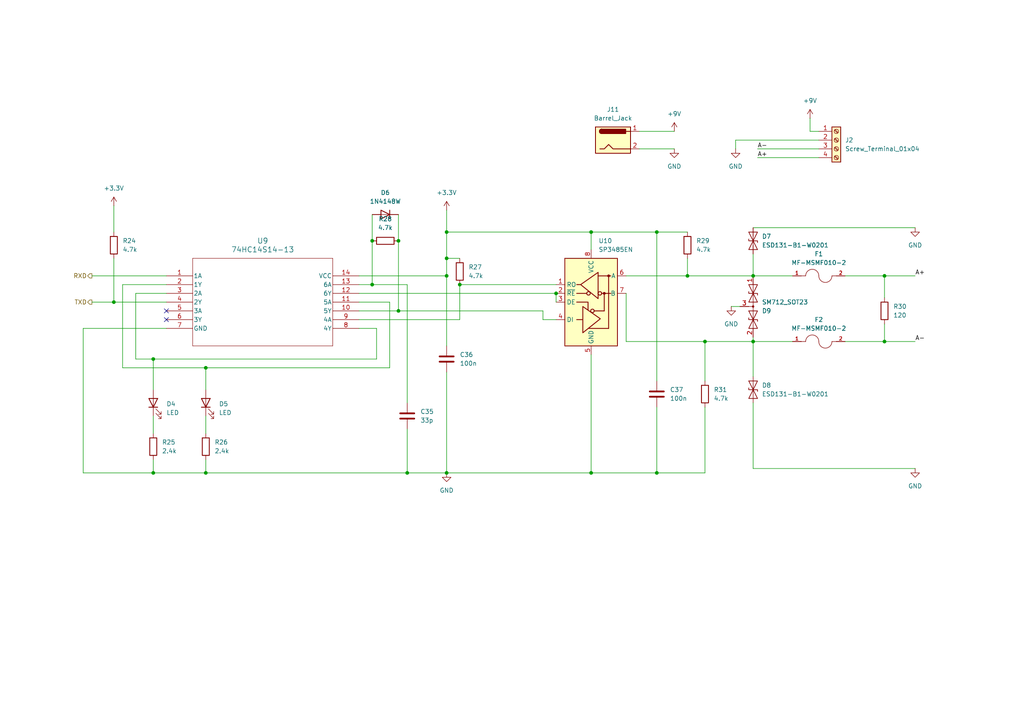
<source format=kicad_sch>
(kicad_sch (version 20250114) (generator "eeschema") (generator_version "9.0")
  (paper "A4")
  (lib_symbols
    (symbol "74HC14s14-13:74HC14S14-13" (pin_names (offset 0.254))
      (property "Reference" "U" (at 27.94 10.16 0))
      (property "Value" "74HC14S14-13" (at 27.94 7.62 0))
      (symbol "74HC14S14-13_0_1"
        (polyline (pts (xy 7.62 5.08) (xy 7.62 -20.32)) (stroke (width 0.127)))
        (polyline (pts (xy 7.62 -20.32) (xy 48.26 -20.32)) (stroke (width 0.127)))
        (polyline (pts (xy 48.26 5.08) (xy 7.62 5.08)) (stroke (width 0.127)))
        (polyline (pts (xy 48.26 -20.32) (xy 48.26 5.08)) (stroke (width 0.127)))
        (pin input line (at 0 0 0) (length 7.62) (name "1A") (number "1"))
        (pin output line (at 0 -2.54 0) (length 7.62) (name "1Y") (number "2"))
        (pin input line (at 0 -5.08 0) (length 7.62) (name "2A") (number "3"))
        (pin output line (at 0 -7.62 0) (length 7.62) (name "2Y") (number "4"))
        (pin input line (at 0 -10.16 0) (length 7.62) (name "3A") (number "5"))
        (pin output line (at 0 -12.7 0) (length 7.62) (name "3Y") (number "6"))
        (pin power_in line (at 0 -15.24 0) (length 7.62) (name "GND") (number "7"))
        (pin power_in line (at 55.88 0 180) (length 7.62) (name "VCC") (number "14"))
        (pin input line (at 55.88 -2.54 180) (length 7.62) (name "6A") (number "13"))
        (pin output line (at 55.88 -5.08 180) (length 7.62) (name "6Y") (number "12"))
        (pin input line (at 55.88 -7.62 180) (length 7.62) (name "5A") (number "11"))
        (pin output line (at 55.88 -10.16 180) (length 7.62) (name "5Y") (number "10"))
        (pin input line (at 55.88 -12.7 180) (length 7.62) (name "4A") (number "9"))
        (pin output line (at 55.88 -15.24 180) (length 7.62) (name "4Y") (number "8"))
      )
    )
    (symbol "Connector:Barrel_Jack" (pin_names (offset 1.016))
      (property "Reference" "J" (at 0 5.334 0))
      (property "Value" "Barrel_Jack" (at 0 -5.08 0))
      (symbol "Barrel_Jack_0_1"
        (rectangle (start -5.08 3.81) (end 5.08 -3.81) (stroke (width 0.254)) (fill (type background)))
        (polyline (pts (xy -3.81 -2.54) (xy -2.54 -2.54) (xy -1.27 -1.27) (xy 0 -2.54) (xy 2.54 -2.54) (xy 5.08 -2.54)) (stroke (width 0.254)))
        (arc (start -3.302 1.905) (mid -3.9343 2.54) (end -3.302 3.175) (stroke (width 0.254)))
        (arc (start -3.302 1.905) (mid -3.9343 2.54) (end -3.302 3.175) (stroke (width 0.254)) (fill (type outline)))
        (rectangle (start 3.683 3.175) (end -3.302 1.905) (stroke (width 0.254)) (fill (type outline)))
        (polyline (pts (xy 5.08 2.54) (xy 3.81 2.54)) (stroke (width 0.254)))
      )
      (symbol "Barrel_Jack_1_1"
        (pin passive line (at 7.62 2.54 180) (length 2.54) (name "~") (number "1"))
        (pin passive line (at 7.62 -2.54 180) (length 2.54) (name "~") (number "2"))
      )
    )
    (symbol "Connector:Screw_Terminal_01x04" (pin_names (offset 1.016) (hide yes))
      (property "Reference" "J" (at 0 5.08 0))
      (property "Value" "Screw_Terminal_01x04" (at 0 -7.62 0))
      (symbol "Screw_Terminal_01x04_1_1"
        (rectangle (start -1.27 3.81) (end 1.27 -6.35) (stroke (width 0.254)) (fill (type background)))
        (polyline (pts (xy -0.5334 2.8702) (xy 0.3302 2.032)) (stroke (width 0.1524)))
        (polyline (pts (xy -0.5334 0.3302) (xy 0.3302 -0.508)) (stroke (width 0.1524)))
        (polyline (pts (xy -0.5334 -2.2098) (xy 0.3302 -3.048)) (stroke (width 0.1524)))
        (polyline (pts (xy -0.5334 -4.7498) (xy 0.3302 -5.588)) (stroke (width 0.1524)))
        (polyline (pts (xy -0.3556 3.048) (xy 0.508 2.2098)) (stroke (width 0.1524)))
        (polyline (pts (xy -0.3556 0.508) (xy 0.508 -0.3302)) (stroke (width 0.1524)))
        (polyline (pts (xy -0.3556 -2.032) (xy 0.508 -2.8702)) (stroke (width 0.1524)))
        (polyline (pts (xy -0.3556 -4.572) (xy 0.508 -5.4102)) (stroke (width 0.1524)))
        (circle (center 0 2.54) (radius 0.635) (stroke (width 0.1524)))
        (circle (center 0 0) (radius 0.635) (stroke (width 0.1524)))
        (circle (center 0 -2.54) (radius 0.635) (stroke (width 0.1524)))
        (circle (center 0 -5.08) (radius 0.635) (stroke (width 0.1524)))
        (pin passive line (at -5.08 2.54 0) (length 3.81) (name "Pin_1") (number "1"))
        (pin passive line (at -5.08 0 0) (length 3.81) (name "Pin_2") (number "2"))
        (pin passive line (at -5.08 -2.54 0) (length 3.81) (name "Pin_3") (number "3"))
        (pin passive line (at -5.08 -5.08 0) (length 3.81) (name "Pin_4") (number "4"))
      )
    )
    (symbol "Device:C" (pin_numbers (hide yes)) (pin_names (offset 0.254))
      (property "Reference" "C" (at 0.635 2.54 0))
      (property "Value" "C" (at 0.635 -2.54 0))
      (symbol "C_0_1"
        (polyline (pts (xy -2.032 0.762) (xy 2.032 0.762)) (stroke (width 0.508)))
        (polyline (pts (xy -2.032 -0.762) (xy 2.032 -0.762)) (stroke (width 0.508)))
      )
      (symbol "C_1_1"
        (pin passive line (at 0 3.81 270) (length 2.794) (name "~") (number "1"))
        (pin passive line (at 0 -3.81 90) (length 2.794) (name "~") (number "2"))
      )
    )
    (symbol "Device:LED" (pin_numbers (hide yes)) (pin_names (offset 1.016) (hide yes))
      (property "Reference" "D" (at 0 2.54 0))
      (property "Value" "LED" (at 0 -2.54 0))
      (symbol "LED_0_1"
        (polyline (pts (xy -3.048 -0.762) (xy -4.572 -2.286) (xy -3.81 -2.286) (xy -4.572 -2.286) (xy -4.572 -1.524)))
        (polyline (pts (xy -1.778 -0.762) (xy -3.302 -2.286) (xy -2.54 -2.286) (xy -3.302 -2.286) (xy -3.302 -1.524)))
        (polyline (pts (xy -1.27 0) (xy 1.27 0)))
        (polyline (pts (xy -1.27 -1.27) (xy -1.27 1.27)) (stroke (width 0.254)))
        (polyline (pts (xy 1.27 -1.27) (xy 1.27 1.27) (xy -1.27 0) (xy 1.27 -1.27)) (stroke (width 0.254)))
      )
      (symbol "LED_1_1"
        (pin passive line (at -3.81 0 0) (length 2.54) (name "K") (number "1"))
        (pin passive line (at 3.81 0 180) (length 2.54) (name "A") (number "2"))
      )
    )
    (symbol "Device:R" (pin_numbers (hide yes)) (pin_names (offset 0))
      (property "Reference" "R" (at 2.032 0 90))
      (property "Value" "R" (at 0 0 90))
      (symbol "R_0_1"
        (rectangle (start -1.016 -2.54) (end 1.016 2.54) (stroke (width 0.254)))
      )
      (symbol "R_1_1"
        (pin passive line (at 0 3.81 270) (length 1.27) (name "~") (number "1"))
        (pin passive line (at 0 -3.81 90) (length 1.27) (name "~") (number "2"))
      )
    )
    (symbol "Diode:1N4148W" (pin_numbers (hide yes)) (pin_names (hide yes))
      (property "Reference" "D" (at 0 2.54 0))
      (property "Value" "1N4148W" (at 0 -2.54 0))
      (symbol "1N4148W_0_1"
        (polyline (pts (xy -1.27 1.27) (xy -1.27 -1.27)) (stroke (width 0.254)))
        (polyline (pts (xy 1.27 1.27) (xy 1.27 -1.27) (xy -1.27 0) (xy 1.27 1.27)) (stroke (width 0.254)))
        (polyline (pts (xy 1.27 0) (xy -1.27 0)))
      )
      (symbol "1N4148W_1_1"
        (pin passive line (at -3.81 0 0) (length 2.54) (name "K") (number "1"))
        (pin passive line (at 3.81 0 180) (length 2.54) (name "A") (number "2"))
      )
    )
    (symbol "Diode:ESD131-B1-W0201" (pin_numbers (hide yes)) (pin_names (offset 1.016) (hide yes))
      (property "Reference" "D" (at 0 2.54 0))
      (property "Value" "ESD131-B1-W0201" (at 0 -2.54 0))
      (symbol "ESD131-B1-W0201_0_1"
        (polyline (pts (xy -2.54 -1.27) (xy 0 0) (xy -2.54 1.27) (xy -2.54 -1.27)) (stroke (width 0.2032)))
        (polyline (pts (xy 0.508 1.27) (xy 0 1.27) (xy 0 -1.27) (xy -0.508 -1.27)) (stroke (width 0.2032)))
        (polyline (pts (xy 1.27 0) (xy -1.27 0)))
        (polyline (pts (xy 2.54 1.27) (xy 2.54 -1.27) (xy 0 0) (xy 2.54 1.27)) (stroke (width 0.2032)))
      )
      (symbol "ESD131-B1-W0201_1_1"
        (pin passive line (at -3.81 0 0) (length 2.54) (name "A1") (number "1"))
        (pin passive line (at 3.81 0 180) (length 2.54) (name "A2") (number "2"))
      )
    )
    (symbol "Diode:SM712_SOT23" (pin_names (offset 1.016) (hide yes))
      (property "Reference" "D" (at 0 4.445 0))
      (property "Value" "SM712_SOT23" (at 0 2.54 0))
      (symbol "SM712_SOT23_0_0"
        (polyline (pts (xy 0 -1.27) (xy 0 0)))
      )
      (symbol "SM712_SOT23_0_1"
        (polyline (pts (xy -6.35 0) (xy 6.35 0)))
        (polyline (pts (xy -6.35 -1.27) (xy -1.27 1.27) (xy -1.27 -1.27) (xy -6.35 1.27) (xy -6.35 -1.27)) (stroke (width 0.2032)))
        (polyline (pts (xy -3.302 1.27) (xy -3.81 1.27) (xy -3.81 -1.27) (xy -4.318 -1.27)) (stroke (width 0.2032)))
        (circle (center 0 0) (radius 0.254) (fill (type outline)))
        (polyline (pts (xy 1.27 -1.27) (xy 1.27 1.27) (xy 6.35 -1.27) (xy 6.35 1.27) (xy 1.27 -1.27)) (stroke (width 0.2032)))
        (polyline (pts (xy 4.318 1.27) (xy 3.81 1.27) (xy 3.81 -1.27) (xy 3.302 -1.27)) (stroke (width 0.2032)))
      )
      (symbol "SM712_SOT23_1_1"
        (pin passive line (at -8.89 0 0) (length 2.54) (name "A1") (number "1"))
        (pin input line (at 0 -3.81 90) (length 2.54) (name "common") (number "3"))
        (pin passive line (at 8.89 0 180) (length 2.54) (name "A2") (number "2"))
      )
    )
    (symbol "Interface_UART:SP3485EN"
      (property "Reference" "U" (at -7.62 13.97 0))
      (property "Value" "SP3485EN" (at 1.905 13.97 0))
      (symbol "SP3485EN_0_1"
        (rectangle (start -7.62 12.7) (end 7.62 -12.7) (stroke (width 0.254)) (fill (type background)))
        (polyline (pts (xy -4.191 2.54) (xy -1.27 2.54)) (stroke (width 0.254)))
        (polyline (pts (xy -4.191 0) (xy -0.889 0) (xy -0.889 -2.286)) (stroke (width 0.254)))
        (polyline (pts (xy -3.175 5.08) (xy -4.191 5.08) (xy -4.064 5.08)) (stroke (width 0.254)))
        (polyline (pts (xy -2.54 -5.08) (xy -4.191 -5.08)) (stroke (width 0.254)))
        (polyline (pts (xy -2.413 -5.08) (xy -2.413 -1.27) (xy 2.667 -4.826) (xy -2.413 -8.89) (xy -2.413 -5.08)) (stroke (width 0.254)))
        (polyline (pts (xy -0.635 -7.62) (xy 5.08 -7.62)) (stroke (width 0.254)))
        (circle (center 0.381 -2.54) (radius 0.508) (stroke (width 0.254)))
        (polyline (pts (xy 0.889 -2.54) (xy 3.81 -2.54)) (stroke (width 0.254)))
        (polyline (pts (xy 2.032 7.62) (xy 5.715 7.62)) (stroke (width 0.254)))
        (polyline (pts (xy 3.048 2.54) (xy 5.715 2.54)) (stroke (width 0.254)))
        (circle (center 3.81 2.54) (radius 0.2794) (stroke (width 0.254)) (fill (type outline)))
        (polyline (pts (xy 3.81 -2.54) (xy 3.81 2.54)) (stroke (width 0.254)))
        (polyline (pts (xy 5.08 -7.62) (xy 5.08 7.62)) (stroke (width 0.254)))
      )
      (symbol "SP3485EN_1_1"
        (circle (center -0.762 2.54) (radius 0.508) (stroke (width 0.254)))
        (polyline (pts (xy 2.032 4.826) (xy 2.032 8.636) (xy -3.048 5.08) (xy 2.032 1.016) (xy 2.032 4.826)) (stroke (width 0.254)))
        (circle (center 2.54 2.54) (radius 0.508) (stroke (width 0.254)))
        (circle (center 5.08 7.62) (radius 0.2794) (stroke (width 0.254)) (fill (type outline)))
        (pin output line (at -10.16 5.08 0) (length 2.54) (name "RO") (number "1"))
        (pin input line (at -10.16 2.54 0) (length 2.54) (name "~{RE}") (number "2"))
        (pin input line (at -10.16 0 0) (length 2.54) (name "DE") (number "3"))
        (pin input line (at -10.16 -5.08 0) (length 2.54) (name "DI") (number "4"))
        (pin power_in line (at 0 15.24 270) (length 2.54) (name "VCC") (number "8"))
        (pin power_in line (at 0 -15.24 90) (length 2.54) (name "GND") (number "5"))
        (pin bidirectional line (at 10.16 7.62 180) (length 2.54) (name "A") (number "6"))
        (pin bidirectional line (at 10.16 2.54 180) (length 2.54) (name "B") (number "7"))
      )
    )
    (symbol "MF-MSMF010-2:MF-MSMF010-2" (pin_names (offset 1.016))
      (property "Reference" "F" (at -2.54 5.08 0))
      (property "Value" "MF-MSMF010-2" (at -2.54 -5.08 0))
      (symbol "MF-MSMF010-2_0_0"
        (polyline (pts (xy -5.08 0) (xy -3.81 0)) (stroke (width 0.1524)))
        (arc (start -3.81 0) (mid -1.905 1.8967) (end 0 0) (stroke (width 0.1524)))
        (arc (start 3.81 0) (mid 1.905 -1.8967) (end 0 0) (stroke (width 0.1524)))
        (polyline (pts (xy 5.08 0) (xy 3.81 0)) (stroke (width 0.1524)))
        (pin passive line (at -7.62 0 0) (length 2.54) (name "~") (number "1"))
        (pin passive line (at 7.62 0 180) (length 2.54) (name "~") (number "2"))
      )
    )
    (symbol "power:+5V" (power) (pin_numbers (hide yes)) (pin_names (offset 0) (hide yes))
      (property "Value" "+5V" (at 0 3.556 0))
      (symbol "+5V_0_1"
        (polyline (pts (xy -0.762 1.27) (xy 0 2.54)))
        (polyline (pts (xy 0 2.54) (xy 0.762 1.27)))
        (polyline (pts (xy 0 0) (xy 0 2.54)))
      )
      (symbol "+5V_1_1"
        (pin power_in line (at 0 0 90) (length 0) (name "~") (number "1"))
      )
    )
    (symbol "power:GND" (power) (pin_numbers (hide yes)) (pin_names (offset 0) (hide yes))
      (property "Value" "GND" (at 0 -3.81 0))
      (symbol "GND_0_1"
        (polyline (pts (xy 0 0) (xy 0 -1.27) (xy 1.27 -1.27) (xy 0 -2.54) (xy -1.27 -1.27) (xy 0 -1.27)))
      )
      (symbol "GND_1_1"
        (pin power_in line (at 0 0 270) (length 0) (name "~") (number "1"))
      )
    )
  )
  (junction (at 107.95 69.85))
  (junction (at 129.54 137.16))
  (junction (at 44.45 137.16))
  (junction (at 33.02 87.63))
  (junction (at 115.57 90.17))
  (junction (at 256.54 80.01))
  (junction (at 44.45 104.14))
  (junction (at 190.5 137.16))
  (junction (at 161.29 85.09))
  (junction (at 199.39 80.01))
  (junction (at 118.11 137.16))
  (junction (at 171.45 67.31))
  (junction (at 59.69 137.16))
  (junction (at 256.54 99.06))
  (junction (at 218.44 99.06))
  (junction (at 107.95 82.55))
  (junction (at 171.45 137.16))
  (junction (at 59.69 106.68))
  (junction (at 218.44 80.01))
  (junction (at 133.35 82.55))
  (junction (at 129.54 80.01))
  (junction (at 115.57 69.85))
  (junction (at 129.54 74.93))
  (junction (at 204.47 99.06))
  (junction (at 190.5 67.31))
  (junction (at 129.54 67.31))
  (no_connect (at 48.26 92.71))
  (no_connect (at 48.26 90.17))
  (wire (pts (xy 218.44 116.84) (xy 218.44 135.89)))
  (wire (pts (xy 133.35 92.71) (xy 133.35 82.55)))
  (wire (pts (xy 109.22 104.14) (xy 109.22 95.25)))
  (wire (pts (xy 118.11 124.46) (xy 118.11 137.16)))
  (wire (pts (xy 171.45 102.87) (xy 171.45 137.16)))
  (wire (pts (xy 115.57 90.17) (xy 157.48 90.17)))
  (wire (pts (xy 44.45 104.14) (xy 44.45 113.03)))
  (wire (pts (xy 219.71 45.72) (xy 237.49 45.72)))
  (wire (pts (xy 234.95 34.29) (xy 234.95 38.1)))
  (wire (pts (xy 104.14 90.17) (xy 115.57 90.17)))
  (wire (pts (xy 129.54 137.16) (xy 118.11 137.16)))
  (wire (pts (xy 171.45 67.31) (xy 190.5 67.31)))
  (wire (pts (xy 26.67 87.63) (xy 33.02 87.63)))
  (wire (pts (xy 245.11 80.01) (xy 256.54 80.01)))
  (wire (pts (xy 157.48 90.17) (xy 157.48 92.71)))
  (wire (pts (xy 59.69 106.68) (xy 113.03 106.68)))
  (wire (pts (xy 218.44 97.79) (xy 218.44 99.06)))
  (wire (pts (xy 218.44 135.89) (xy 265.43 135.89)))
  (wire (pts (xy 104.14 82.55) (xy 107.95 82.55)))
  (wire (pts (xy 104.14 85.09) (xy 161.29 85.09)))
  (wire (pts (xy 190.5 118.11) (xy 190.5 137.16)))
  (wire (pts (xy 171.45 137.16) (xy 129.54 137.16)))
  (wire (pts (xy 171.45 67.31) (xy 171.45 72.39)))
  (wire (pts (xy 24.13 137.16) (xy 44.45 137.16)))
  (wire (pts (xy 104.14 92.71) (xy 133.35 92.71)))
  (wire (pts (xy 129.54 67.31) (xy 129.54 74.93)))
  (wire (pts (xy 118.11 137.16) (xy 59.69 137.16)))
  (wire (pts (xy 157.48 92.71) (xy 161.29 92.71)))
  (wire (pts (xy 190.5 67.31) (xy 190.5 110.49)))
  (wire (pts (xy 204.47 137.16) (xy 190.5 137.16)))
  (wire (pts (xy 115.57 69.85) (xy 115.57 90.17)))
  (wire (pts (xy 204.47 118.11) (xy 204.47 137.16)))
  (wire (pts (xy 35.56 106.68) (xy 59.69 106.68)))
  (wire (pts (xy 113.03 87.63) (xy 104.14 87.63)))
  (wire (pts (xy 218.44 66.04) (xy 265.43 66.04)))
  (wire (pts (xy 48.26 95.25) (xy 24.13 95.25)))
  (wire (pts (xy 256.54 80.01) (xy 265.43 80.01)))
  (wire (pts (xy 129.54 74.93) (xy 133.35 74.93)))
  (wire (pts (xy 44.45 120.65) (xy 44.45 125.73)))
  (wire (pts (xy 33.02 87.63) (xy 48.26 87.63)))
  (wire (pts (xy 44.45 104.14) (xy 109.22 104.14)))
  (wire (pts (xy 107.95 82.55) (xy 118.11 82.55)))
  (wire (pts (xy 190.5 137.16) (xy 171.45 137.16)))
  (wire (pts (xy 48.26 82.55) (xy 35.56 82.55)))
  (wire (pts (xy 33.02 59.69) (xy 33.02 67.31)))
  (wire (pts (xy 118.11 82.55) (xy 118.11 116.84)))
  (wire (pts (xy 26.67 80.01) (xy 48.26 80.01)))
  (wire (pts (xy 107.95 69.85) (xy 107.95 82.55)))
  (wire (pts (xy 104.14 80.01) (xy 129.54 80.01)))
  (wire (pts (xy 115.57 62.23) (xy 115.57 69.85)))
  (wire (pts (xy 190.5 67.31) (xy 199.39 67.31)))
  (wire (pts (xy 24.13 95.25) (xy 24.13 137.16)))
  (wire (pts (xy 129.54 74.93) (xy 129.54 80.01)))
  (wire (pts (xy 33.02 74.93) (xy 33.02 87.63)))
  (wire (pts (xy 185.42 43.18) (xy 195.58 43.18)))
  (wire (pts (xy 199.39 80.01) (xy 218.44 80.01)))
  (wire (pts (xy 109.22 95.25) (xy 104.14 95.25)))
  (wire (pts (xy 256.54 99.06) (xy 265.43 99.06)))
  (wire (pts (xy 218.44 73.66) (xy 218.44 80.01)))
  (wire (pts (xy 44.45 133.35) (xy 44.45 137.16)))
  (wire (pts (xy 218.44 99.06) (xy 218.44 109.22)))
  (wire (pts (xy 129.54 67.31) (xy 171.45 67.31)))
  (wire (pts (xy 181.61 99.06) (xy 204.47 99.06)))
  (wire (pts (xy 44.45 137.16) (xy 59.69 137.16)))
  (wire (pts (xy 129.54 80.01) (xy 129.54 100.33)))
  (wire (pts (xy 161.29 85.09) (xy 161.29 87.63)))
  (wire (pts (xy 59.69 120.65) (xy 59.69 125.73)))
  (wire (pts (xy 107.95 62.23) (xy 107.95 69.85)))
  (wire (pts (xy 185.42 38.1) (xy 195.58 38.1)))
  (wire (pts (xy 35.56 82.55) (xy 35.56 106.68)))
  (wire (pts (xy 59.69 133.35) (xy 59.69 137.16)))
  (wire (pts (xy 199.39 74.93) (xy 199.39 80.01)))
  (wire (pts (xy 129.54 107.95) (xy 129.54 137.16)))
  (wire (pts (xy 129.54 60.96) (xy 129.54 67.31)))
  (wire (pts (xy 133.35 82.55) (xy 161.29 82.55)))
  (wire (pts (xy 59.69 106.68) (xy 59.69 113.03)))
  (wire (pts (xy 213.36 40.64) (xy 213.36 43.18)))
  (wire (pts (xy 218.44 80.01) (xy 229.87 80.01)))
  (wire (pts (xy 237.49 40.64) (xy 213.36 40.64)))
  (wire (pts (xy 48.26 85.09) (xy 39.37 85.09)))
  (wire (pts (xy 199.39 80.01) (xy 181.61 80.01)))
  (wire (pts (xy 237.49 38.1) (xy 234.95 38.1)))
  (wire (pts (xy 39.37 85.09) (xy 39.37 104.14)))
  (wire (pts (xy 219.71 43.18) (xy 237.49 43.18)))
  (wire (pts (xy 214.63 88.9) (xy 212.09 88.9)))
  (wire (pts (xy 256.54 80.01) (xy 256.54 86.36)))
  (wire (pts (xy 218.44 99.06) (xy 229.87 99.06)))
  (wire (pts (xy 204.47 99.06) (xy 218.44 99.06)))
  (wire (pts (xy 245.11 99.06) (xy 256.54 99.06)))
  (wire (pts (xy 256.54 93.98) (xy 256.54 99.06)))
  (wire (pts (xy 39.37 104.14) (xy 44.45 104.14)))
  (wire (pts (xy 113.03 106.68) (xy 113.03 87.63)))
  (wire (pts (xy 204.47 99.06) (xy 204.47 110.49)))
  (wire (pts (xy 181.61 85.09) (xy 181.61 99.06)))
  (label "A-" (at 265.43 99.06 0))
  (label "A+" (at 219.71 45.72 0))
  (label "A+" (at 265.43 80.01 0))
  (label "A-" (at 219.71 43.18 0))
  (hierarchical_label "TXD" (shape output) (at 26.67 87.63 180))
  (hierarchical_label "RXD" (shape output) (at 26.67 80.01 180))
  (symbol (lib_id "power:+5V") (at 33.02 59.69 0) (unit 1)
    (property "Reference" "#PWR076" (effects (hide yes)))
    (property "Value" "+3.3V" (at 33.02 54.61 0))
    (property "Description" "Power symbol creates a global label with name \"+5V\"" (effects (hide yes)))
  )
  (symbol (lib_id "Connector:Barrel_Jack") (at 177.8 40.64 0) (unit 1)
    (property "Reference" "J11" (at 177.8 31.75 0))
    (property "Value" "Barrel_Jack" (at 177.8 34.29 0))
    (property "Footprint" "Connector_BarrelJack:BarrelJack_CUI_PJ-063AH_Horizontal" (effects (hide yes)))
    (property "Description" "DC Barrel Jack" (effects (hide yes)))
  )
  (symbol (lib_id "Diode:ESD131-B1-W0201") (at 218.44 113.03 90) (unit 1)
    (property "Reference" "D8" (at 220.98 111.7599 90) (effects (justify right)))
    (property "Value" "ESD131-B1-W0201" (at 220.98 114.2999 90) (effects (justify right)))
    (property "Footprint" "Diode_SMD:Infineon_SG-WLL-2-3_0.58x0.28_P0.36mm" (effects (hide yes)))
    (property "Datasheet" "https://www.infineon.com/dgdl/Infineon-ESD131-B1-W0201-DataSheet-v02_00-EN.pdf?fileId=5546d4625cc9456a015ce94850964889" (effects (hide yes)))
    (property "Description" "Bidirectional ESD protection diode, ±5.5Vrwm, 0.23pF, SG-WLL-2-3" (effects (hide yes)))
  )
  (symbol (lib_id "Device:R") (at 44.45 129.54 0) (unit 1)
    (property "Reference" "R25" (at 46.99 128.2699 0) (effects (justify left)))
    (property "Value" "2.4k" (at 46.99 130.8099 0) (effects (justify left)))
    (property "Footprint" "Resistor_SMD:R_0603_1608Metric" (effects (hide yes)))
    (property "Description" "Resistor" (effects (hide yes)))
  )
  (symbol (lib_id "Device:LED") (at 59.69 116.84 90) (unit 1)
    (property "Reference" "D5" (at 63.5 117.1574 90) (effects (justify right)))
    (property "Value" "LED" (at 63.5 119.6974 90) (effects (justify right)))
    (property "Footprint" "Diode_SMD:D_SOD-123" (effects (hide yes)))
    (property "Description" "Light emitting diode" (effects (hide yes)))
    (property "Sim.Pins" "1=K 2=A" (effects (hide yes)))
  )
  (symbol (lib_id "power:GND") (at 265.43 135.89 0) (unit 1)
    (property "Reference" "#PWR045" (effects (hide yes)))
    (property "Value" "GND" (at 265.43 140.97 0))
    (property "Description" "Power symbol creates a global label with name \"GND\" , ground" (effects (hide yes)))
  )
  (symbol (lib_id "Device:C") (at 129.54 104.14 0) (unit 1)
    (property "Reference" "C36" (at 133.35 102.8699 0) (effects (justify left)))
    (property "Value" "100n" (at 133.35 105.4099 0) (effects (justify left)))
    (property "Footprint" "Capacitor_SMD:C_0402_1005Metric" (effects (hide yes)))
    (property "Description" "Unpolarized capacitor" (effects (hide yes)))
  )
  (symbol (lib_id "power:GND") (at 265.43 66.04 0) (unit 1)
    (property "Reference" "#PWR03" (effects (hide yes)))
    (property "Value" "GND" (at 265.43 71.12 0))
    (property "Description" "Power symbol creates a global label with name \"GND\" , ground" (effects (hide yes)))
  )
  (symbol (lib_id "Device:R") (at 256.54 90.17 0) (unit 1)
    (property "Reference" "R30" (at 259.08 88.8999 0) (effects (justify left)))
    (property "Value" "120" (at 259.08 91.4399 0) (effects (justify left)))
    (property "Footprint" "Resistor_SMD:R_0805_2012Metric" (effects (hide yes)))
    (property "Description" "Resistor" (effects (hide yes)))
  )
  (symbol (lib_id "Device:R") (at 204.47 114.3 0) (unit 1)
    (property "Reference" "R31" (at 207.01 113.0299 0) (effects (justify left)))
    (property "Value" "4.7k" (at 207.01 115.5699 0) (effects (justify left)))
    (property "Footprint" "Resistor_SMD:R_0603_1608Metric" (effects (hide yes)))
    (property "Description" "Resistor" (effects (hide yes)))
  )
  (symbol (lib_id "Device:LED") (at 44.45 116.84 90) (unit 1)
    (property "Reference" "D4" (at 48.26 117.1574 90) (effects (justify right)))
    (property "Value" "LED" (at 48.26 119.6974 90) (effects (justify right)))
    (property "Footprint" "Diode_SMD:D_SOD-123" (effects (hide yes)))
    (property "Description" "Light emitting diode" (effects (hide yes)))
    (property "Sim.Pins" "1=K 2=A" (effects (hide yes)))
  )
  (symbol (lib_id "Device:R") (at 199.39 71.12 0) (unit 1)
    (property "Reference" "R29" (at 201.93 69.8499 0) (effects (justify left)))
    (property "Value" "4.7k" (at 201.93 72.3899 0) (effects (justify left)))
    (property "Footprint" "Resistor_SMD:R_0603_1608Metric" (effects (hide yes)))
    (property "Description" "Resistor" (effects (hide yes)))
  )
  (symbol (lib_id "Interface_UART:SP3485EN") (at 171.45 87.63 0) (unit 1)
    (property "Reference" "U10" (at 173.5933 69.85 0) (effects (justify left)))
    (property "Value" "SP3485EN" (at 173.5933 72.39 0) (effects (justify left)))
    (property "Footprint" "Package_SO:SOIC-8_3.9x4.9mm_P1.27mm" (effects (hide yes)))
    (property "Datasheet" "http://www.icbase.com/pdf/SPX/SPX00480106.pdf" (effects (hide yes)))
    (property "Description" "Industrial 3.3V Low Power Half-Duplex RS-485 Transceiver 10Mbps, SOIC-8" (effects (hide yes)))
  )
  (symbol (lib_id "Connector:Screw_Terminal_01x04") (at 242.57 40.64 0) (unit 1)
    (property "Reference" "J2" (at 245.11 40.6399 0) (effects (justify left)))
    (property "Value" "Screw_Terminal_01x04" (at 245.11 43.1799 0) (effects (justify left)))
    (property "Footprint" "TerminalBlock:TerminalBlock_Xinya_XY308-2.54-4P_1x04_P2.54mm_Horizontal" (effects (hide yes)))
    (property "Description" "Generic screw terminal, single row, 01x04, script generated (kicad-library-utils/schlib/autogen/connector/)" (effects (hide yes)))
  )
  (symbol (lib_id "Device:R") (at 133.35 78.74 0) (unit 1)
    (property "Reference" "R27" (at 135.89 77.4699 0) (effects (justify left)))
    (property "Value" "4.7k" (at 135.89 80.0099 0) (effects (justify left)))
    (property "Footprint" "Resistor_SMD:R_0603_1608Metric" (effects (hide yes)))
    (property "Description" "Resistor" (effects (hide yes)))
  )
  (symbol (lib_id "Diode:SM712_SOT23") (at 218.44 88.9 270) (unit 1)
    (property "Reference" "D9" (at 220.98 90.1701 90) (effects (justify left)))
    (property "Value" "SM712_SOT23" (at 220.98 87.6301 90) (effects (justify left)))
    (property "Footprint" "Package_TO_SOT_SMD:SOT-23" (effects (hide yes)))
    (property "Datasheet" "https://www.littelfuse.com/~/media/electronics/datasheets/tvs_diode_arrays/littelfuse_tvs_diode_array_sm712_datasheet.pdf.pdf" (effects (hide yes)))
    (property "Description" "7V/12V, 600W Asymmetrical TVS Diode Array, SOT-23" (effects (hide yes)))
  )
  (symbol (lib_id "MF-MSMF010-2:MF-MSMF010-2") (at 237.49 99.06 0) (unit 1)
    (property "Reference" "F2" (at 237.49 92.71 0))
    (property "Value" "MF-MSMF010-2" (at 237.49 95.25 0))
    (property "Footprint" "CarteDiem_parts:FUSER_MF-MSMF010-2" (effects (hide yes)))
    (property "MF" "Bourns" (effects (hide yes)))
    (property "MOUSER-PURCHASE-URL" "https://snapeda.com/shop?store=Mouser&id=143366" (effects (hide yes)))
    (property "DESCRIPTION" "Polymeric PTC Resettable Fuse 8V 2A Ih Surface Mount 1812 (4532 Metric), Concave" (effects (hide yes)))
    (property "PACKAGE" "1812 Bourns" (effects (hide yes)))
    (property "PRICE" "None" (effects (hide yes)))
    (property "Package" "1812 Bourns" (effects (hide yes)))
    (property "Check_prices" "https://www.snapeda.com/parts/MF-MSMF010-2/Bourns/view-part/?ref=eda" (effects (hide yes)))
    (property "Price" "None" (effects (hide yes)))
    (property "SnapEDA_Link" "https://www.snapeda.com/parts/MF-MSMF010-2/Bourns/view-part/?ref=snap" (effects (hide yes)))
    (property "MP" "MF-MSMF010-2" (effects (hide yes)))
    (property "DIGIKEY-PURCHASE-URL" "https://snapeda.com/shop?store=DigiKey&id=143366" (effects (hide yes)))
    (property "Availability" "In Stock" (effects (hide yes)))
    (property "ARROW_ELECTRONICS-PURCHASE-URL" "https://snapeda.com/shop?store=Arrow+Electronics&id=143366" (effects (hide yes)))
    (property "AVAILABILITY" "Good" (effects (hide yes)))
    (property "Description_1" "Fuse Resettable 40A Sz 4532 0.186x0.134x0.043 SMT 60VDC DCR 0.7 Ohms PCB | Bourns MF-MSMF010-2" (effects (hide yes)))
  )
  (symbol (lib_id "Device:R") (at 33.02 71.12 0) (unit 1)
    (property "Reference" "R24" (at 35.56 69.8499 0) (effects (justify left)))
    (property "Value" "4.7k" (at 35.56 72.3899 0) (effects (justify left)))
    (property "Footprint" "Resistor_SMD:R_0603_1608Metric" (effects (hide yes)))
    (property "Description" "Resistor" (effects (hide yes)))
  )
  (symbol (lib_id "power:+5V") (at 195.58 38.1 0) (unit 1)
    (property "Reference" "#PWR083" (effects (hide yes)))
    (property "Value" "+9V" (at 195.58 33.02 0))
    (property "Description" "Power symbol creates a global label with name \"+5V\"" (effects (hide yes)))
  )
  (symbol (lib_id "MF-MSMF010-2:MF-MSMF010-2") (at 237.49 80.01 0) (unit 1)
    (property "Reference" "F1" (at 237.49 73.66 0))
    (property "Value" "MF-MSMF010-2" (at 237.49 76.2 0))
    (property "Footprint" "CarteDiem_parts:FUSER_MF-MSMF010-2" (effects (hide yes)))
    (property "MF" "Bourns" (effects (hide yes)))
    (property "MOUSER-PURCHASE-URL" "https://snapeda.com/shop?store=Mouser&id=143366" (effects (hide yes)))
    (property "DESCRIPTION" "Polymeric PTC Resettable Fuse 8V 2A Ih Surface Mount 1812 (4532 Metric), Concave" (effects (hide yes)))
    (property "PACKAGE" "1812 Bourns" (effects (hide yes)))
    (property "PRICE" "None" (effects (hide yes)))
    (property "Package" "1812 Bourns" (effects (hide yes)))
    (property "Check_prices" "https://www.snapeda.com/parts/MF-MSMF010-2/Bourns/view-part/?ref=eda" (effects (hide yes)))
    (property "Price" "None" (effects (hide yes)))
    (property "SnapEDA_Link" "https://www.snapeda.com/parts/MF-MSMF010-2/Bourns/view-part/?ref=snap" (effects (hide yes)))
    (property "MP" "MF-MSMF010-2" (effects (hide yes)))
    (property "DIGIKEY-PURCHASE-URL" "https://snapeda.com/shop?store=DigiKey&id=143366" (effects (hide yes)))
    (property "Availability" "In Stock" (effects (hide yes)))
    (property "ARROW_ELECTRONICS-PURCHASE-URL" "https://snapeda.com/shop?store=Arrow+Electronics&id=143366" (effects (hide yes)))
    (property "AVAILABILITY" "Good" (effects (hide yes)))
    (property "Description_1" "Fuse Resettable 40A Sz 4532 0.186x0.134x0.043 SMT 60VDC DCR 0.7 Ohms PCB | Bourns MF-MSMF010-2" (effects (hide yes)))
  )
  (symbol (lib_id "power:+5V") (at 234.95 34.29 0) (unit 1)
    (property "Reference" "#PWR05" (effects (hide yes)))
    (property "Value" "+9V" (at 234.95 29.21 0))
    (property "Description" "Power symbol creates a global label with name \"+5V\"" (effects (hide yes)))
  )
  (symbol (lib_id "power:GND") (at 213.36 43.18 0) (unit 1)
    (property "Reference" "#PWR082" (effects (hide yes)))
    (property "Value" "GND" (at 213.36 48.26 0))
    (property "Description" "Power symbol creates a global label with name \"GND\" , ground" (effects (hide yes)))
  )
  (symbol (lib_id "Device:R") (at 111.76 69.85 90) (unit 1)
    (property "Reference" "R28" (at 111.76 63.5 90))
    (property "Value" "4.7k" (at 111.76 66.04 90))
    (property "Footprint" "Resistor_SMD:R_0603_1608Metric" (effects (hide yes)))
    (property "Description" "Resistor" (effects (hide yes)))
  )
  (symbol (lib_id "Device:C") (at 190.5 114.3 0) (unit 1)
    (property "Reference" "C37" (at 194.31 113.0299 0) (effects (justify left)))
    (property "Value" "100n" (at 194.31 115.5699 0) (effects (justify left)))
    (property "Footprint" "Capacitor_SMD:C_0402_1005Metric" (effects (hide yes)))
    (property "Description" "Unpolarized capacitor" (effects (hide yes)))
  )
  (symbol (lib_id "power:+5V") (at 129.54 60.96 0) (unit 1)
    (property "Reference" "#PWR077" (effects (hide yes)))
    (property "Value" "+3.3V" (at 129.54 55.88 0))
    (property "Description" "Power symbol creates a global label with name \"+5V\"" (effects (hide yes)))
  )
  (symbol (lib_id "Diode:ESD131-B1-W0201") (at 218.44 69.85 90) (unit 1)
    (property "Reference" "D7" (at 220.98 68.5799 90) (effects (justify right)))
    (property "Value" "ESD131-B1-W0201" (at 220.98 71.1199 90) (effects (justify right)))
    (property "Footprint" "Diode_SMD:Infineon_SG-WLL-2-3_0.58x0.28_P0.36mm" (effects (hide yes)))
    (property "Datasheet" "https://www.infineon.com/dgdl/Infineon-ESD131-B1-W0201-DataSheet-v02_00-EN.pdf?fileId=5546d4625cc9456a015ce94850964889" (effects (hide yes)))
    (property "Description" "Bidirectional ESD protection diode, ±5.5Vrwm, 0.23pF, SG-WLL-2-3" (effects (hide yes)))
  )
  (symbol (lib_id "Device:C") (at 118.11 120.65 0) (unit 1)
    (property "Reference" "C35" (at 121.92 119.3799 0) (effects (justify left)))
    (property "Value" "33p" (at 121.92 121.9199 0) (effects (justify left)))
    (property "Footprint" "Capacitor_SMD:C_0603_1608Metric" (effects (hide yes)))
    (property "Description" "Unpolarized capacitor" (effects (hide yes)))
  )
  (symbol (lib_id "74HC14s14-13:74HC14S14-13") (at 48.26 80.01 0) (unit 1)
    (property "Reference" "U9" (at 76.2 69.85 0) (effects (font (size 1.524 1.524))))
    (property "Value" "74HC14S14-13" (at 76.2 72.39 0) (effects (font (size 1.524 1.524))))
    (property "Footprint" "CarteDiem_parts:SO14_DIO" (effects (hide yes)))
    (property "Datasheet" "74HC14S14-13" (effects (hide yes)))
  )
  (symbol (lib_id "power:GND") (at 195.58 43.18 0) (unit 1)
    (property "Reference" "#PWR084" (effects (hide yes)))
    (property "Value" "GND" (at 195.58 48.26 0))
    (property "Description" "Power symbol creates a global label with name \"GND\" , ground" (effects (hide yes)))
  )
  (symbol (lib_id "Diode:1N4148W") (at 111.76 62.23 180) (unit 1)
    (property "Reference" "D6" (at 111.76 55.88 0))
    (property "Value" "1N4148W" (at 111.76 58.42 0))
    (property "Footprint" "Diode_SMD:D_SOD-123" (effects (hide yes)))
    (property "Datasheet" "https://www.vishay.com/docs/85748/1n4148w.pdf" (effects (hide yes)))
    (property "Description" "75V 0.15A Fast Switching Diode, SOD-123" (effects (hide yes)))
    (property "Sim.Device" "D" (effects (hide yes)))
    (property "Sim.Pins" "1=K 2=A" (effects (hide yes)))
  )
  (symbol (lib_id "Device:R") (at 59.69 129.54 0) (unit 1)
    (property "Reference" "R26" (at 62.23 128.2699 0) (effects (justify left)))
    (property "Value" "2.4k" (at 62.23 130.8099 0) (effects (justify left)))
    (property "Footprint" "Resistor_SMD:R_0603_1608Metric" (effects (hide yes)))
    (property "Description" "Resistor" (effects (hide yes)))
  )
  (symbol (lib_id "power:GND") (at 212.09 88.9 0) (unit 1)
    (property "Reference" "#PWR078" (effects (hide yes)))
    (property "Value" "GND" (at 212.09 93.98 0))
    (property "Description" "Power symbol creates a global label with name \"GND\" , ground" (effects (hide yes)))
  )
  (symbol (lib_id "power:GND") (at 129.54 137.16 0) (unit 1)
    (property "Reference" "#PWR075" (effects (hide yes)))
    (property "Value" "GND" (at 129.54 142.24 0))
    (property "Description" "Power symbol creates a global label with name \"GND\" , ground" (effects (hide yes)))
  )
)
</source>
